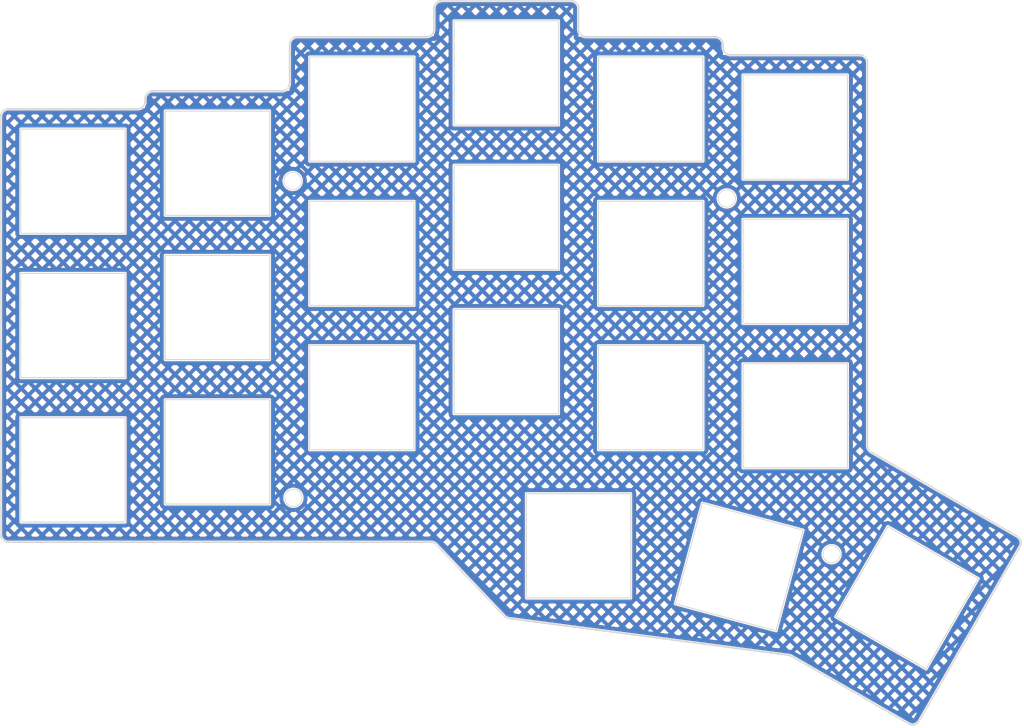
<source format=kicad_pcb>
(kicad_pcb (version 20211014) (generator pcbnew)
  (layers (0 "F.Cu" signal) (31 "B.Cu" signal) (34 "B.Paste" user) (35 "F.Paste" user) (36 "B.SilkS" user "B.Silkscreen") (37 "F.SilkS" user "F.Silkscreen") (38 "B.Mask" user) (39 "F.Mask" user) (44 "Edge.Cuts" user))
  (net 0 "")
  (footprint "kbd:SW_Hole_Plastic" (layer "F.Cu") (at 42.721463 76.099368)
    (fp_text reference "K18" hide)
    (fp_text value "KEYSW" hide)
    (fp_line (start -6.875 6.875) (end 6.875 6.875) (layer "Edge.Cuts") (width 0.12))
    (fp_line (start -6.875 -6.875) (end -6.875 6.875) (layer "Edge.Cuts") (width 0.12))
    (fp_line (start 6.875 6.875) (end 6.875 -6.875) (layer "Edge.Cuts") (width 0.12))
    (fp_line (start 6.875 -6.875) (end -6.875 -6.875) (layer "Edge.Cuts") (width 0.12))
  )
  (footprint "kbd:SW_Hole_Plastic" (layer "F.Cu") (at 118.721463 47.599367)
    (fp_text reference "K21" hide)
    (fp_text value "KEYSW" hide)
    (fp_line (start 6.875 6.875) (end 6.875 -6.875) (layer "Edge.Cuts") (width 0.12))
    (fp_line (start -6.875 6.875) (end 6.875 6.875) (layer "Edge.Cuts") (width 0.12))
    (fp_line (start -6.875 -6.875) (end -6.875 6.875) (layer "Edge.Cuts") (width 0.12))
    (fp_line (start 6.875 -6.875) (end -6.875 -6.875) (layer "Edge.Cuts") (width 0.12))
  )
  (footprint "kbd:SW_Hole_Plastic" (layer "F.Cu") (at 42.721463 57.099368)
    (fp_text reference "K14" hide)
    (fp_text value "KEYSW" hide)
    (fp_line (start -6.875 -6.875) (end -6.875 6.875) (layer "Edge.Cuts") (width 0.12))
    (fp_line (start 6.875 6.875) (end 6.875 -6.875) (layer "Edge.Cuts") (width 0.12))
    (fp_line (start -6.875 6.875) (end 6.875 6.875) (layer "Edge.Cuts") (width 0.12))
    (fp_line (start 6.875 -6.875) (end -6.875 -6.875) (layer "Edge.Cuts") (width 0.12))
  )
  (footprint "kbd:SW_Hole_Plastic" (layer "F.Cu") (at 61.721463 35.724368)
    (fp_text reference "K13" hide)
    (fp_text value "KEYSW" hide)
    (fp_line (start -6.875 6.875) (end 6.875 6.875) (layer "Edge.Cuts") (width 0.12))
    (fp_line (start -6.875 -6.875) (end -6.875 6.875) (layer "Edge.Cuts") (width 0.12))
    (fp_line (start 6.875 -6.875) (end -6.875 -6.875) (layer "Edge.Cuts") (width 0.12))
    (fp_line (start 6.875 6.875) (end 6.875 -6.875) (layer "Edge.Cuts") (width 0.12))
  )
  (footprint "kbd:SW_Hole_Plastic" (layer "F.Cu") (at 152.426296 92.925796 60)
    (fp_text reference "K22" hide)
    (fp_text value "KEYSW" hide)
    (fp_line (start -6.875 -6.875) (end -6.875 6.875) (layer "Edge.Cuts") (width 0.12))
    (fp_line (start 6.875 -6.875) (end -6.875 -6.875) (layer "Edge.Cuts") (width 0.12))
    (fp_line (start -6.875 6.875) (end 6.875 6.875) (layer "Edge.Cuts") (width 0.12))
    (fp_line (start 6.875 6.875) (end 6.875 -6.875) (layer "Edge.Cuts") (width 0.12))
  )
  (footprint "kbd:M2_Hole_Edge_Cut" (layer "F.Cu") (at 128.721463 40.374367)
    (fp_text reference "H8")
    (fp_text value "MountingHole")
    (fp_circle (center 0 0) (end 1.15 0) (layer "Edge.Cuts") (width 0.1) (fill none))
  )
  (footprint "kbd:SW_Hole_Plastic" (layer "F.Cu") (at 80.721463 66.599368)
    (fp_text reference "K9" hide)
    (fp_text value "KEYSW" hide)
    (fp_line (start -6.875 -6.875) (end -6.875 6.875) (layer "Edge.Cuts") (width 0.12))
    (fp_line (start 6.875 -6.875) (end -6.875 -6.875) (layer "Edge.Cuts") (width 0.12))
    (fp_line (start -6.875 6.875) (end 6.875 6.875) (layer "Edge.Cuts") (width 0.12))
    (fp_line (start 6.875 6.875) (end 6.875 -6.875) (layer "Edge.Cuts") (width 0.12))
  )
  (footprint "kbd:M2_Hole_Edge_Cut" (layer "F.Cu") (at 71.621463 38.074367)
    (fp_text reference "H4")
    (fp_text value "MountingHole")
    (fp_circle (center 0 0) (end 1.15 0) (layer "Edge.Cuts") (width 0.1) (fill none))
  )
  (footprint "kbd:SW_Hole_Plastic" (layer "F.Cu") (at 130.35654 88.881582 -15)
    (fp_text reference "K1" hide)
    (fp_text value "KEYSW" hide)
    (fp_line (start 6.875 6.875) (end 6.875 -6.875) (layer "Edge.Cuts") (width 0.12))
    (fp_line (start 6.875 -6.875) (end -6.875 -6.875) (layer "Edge.Cuts") (width 0.12))
    (fp_line (start -6.875 6.875) (end 6.875 6.875) (layer "Edge.Cuts") (width 0.12))
    (fp_line (start -6.875 -6.875) (end -6.875 6.875) (layer "Edge.Cuts") (width 0.12))
  )
  (footprint "kbd:SW_Hole_Plastic" (layer "F.Cu") (at 99.721463 23.849368)
    (fp_text reference "K11" hide)
    (fp_text value "KEYSW" hide)
    (fp_line (start 6.875 6.875) (end 6.875 -6.875) (layer "Edge.Cuts") (width 0.12))
    (fp_line (start -6.875 -6.875) (end -6.875 6.875) (layer "Edge.Cuts") (width 0.12))
    (fp_line (start 6.875 -6.875) (end -6.875 -6.875) (layer "Edge.Cuts") (width 0.12))
    (fp_line (start -6.875 6.875) (end 6.875 6.875) (layer "Edge.Cuts") (width 0.12))
  )
  (footprint "kbd:SW_Hole_Plastic" (layer "F.Cu") (at 42.721463 38.099368)
    (fp_text reference "K7" hide)
    (fp_text value "KEYSW" hide)
    (fp_line (start 6.875 -6.875) (end -6.875 -6.875) (layer "Edge.Cuts") (width 0.12))
    (fp_line (start -6.875 6.875) (end 6.875 6.875) (layer "Edge.Cuts") (width 0.12))
    (fp_line (start -6.875 -6.875) (end -6.875 6.875) (layer "Edge.Cuts") (width 0.12))
    (fp_line (start 6.875 6.875) (end 6.875 -6.875) (layer "Edge.Cuts") (width 0.12))
  )
  (footprint "kbd:SW_Hole_Plastic" (layer "F.Cu") (at 118.721463 66.599367)
    (fp_text reference "K12" hide)
    (fp_text value "KEYSW" hide)
    (fp_line (start 6.875 -6.875) (end -6.875 -6.875) (layer "Edge.Cuts") (width 0.12))
    (fp_line (start -6.875 6.875) (end 6.875 6.875) (layer "Edge.Cuts") (width 0.12))
    (fp_line (start -6.875 -6.875) (end -6.875 6.875) (layer "Edge.Cuts") (width 0.12))
    (fp_line (start 6.875 6.875) (end 6.875 -6.875) (layer "Edge.Cuts") (width 0.12))
  )
  (footprint "kbd:SW_Hole_Plastic" (layer "F.Cu") (at 118.721463 28.599367)
    (fp_text reference "K16" hide)
    (fp_text value "KEYSW" hide)
    (fp_line (start -6.875 6.875) (end 6.875 6.875) (layer "Edge.Cuts") (width 0.12))
    (fp_line (start -6.875 -6.875) (end -6.875 6.875) (layer "Edge.Cuts") (width 0.12))
    (fp_line (start 6.875 6.875) (end 6.875 -6.875) (layer "Edge.Cuts") (width 0.12))
    (fp_line (start 6.875 -6.875) (end -6.875 -6.875) (layer "Edge.Cuts") (width 0.12))
  )
  (footprint "kbd:SW_Hole_Plastic" (layer "F.Cu") (at 80.721463 47.599368)
    (fp_text reference "K6" hide)
    (fp_text value "KEYSW" hide)
    (fp_line (start -6.875 -6.875) (end -6.875 6.875) (layer "Edge.Cuts") (width 0.12))
    (fp_line (start -6.875 6.875) (end 6.875 6.875) (layer "Edge.Cuts") (width 0.12))
    (fp_line (start 6.875 6.875) (end 6.875 -6.875) (layer "Edge.Cuts") (width 0.12))
    (fp_line (start 6.875 -6.875) (end -6.875 -6.875) (layer "Edge.Cuts") (width 0.12))
  )
  (footprint "kbd:SW_Hole_Plastic" (layer "F.Cu") (at 109.221463 86.099097)
    (fp_text reference "K5" hide)
    (fp_text value "KEYSW" hide)
    (fp_line (start -6.875 -6.875) (end -6.875 6.875) (layer "Edge.Cuts") (width 0.12))
    (fp_line (start 6.875 6.875) (end 6.875 -6.875) (layer "Edge.Cuts") (width 0.12))
    (fp_line (start 6.875 -6.875) (end -6.875 -6.875) (layer "Edge.Cuts") (width 0.12))
    (fp_line (start -6.875 6.875) (end 6.875 6.875) (layer "Edge.Cuts") (width 0.12))
  )
  (footprint "kbd:SW_Hole_Plastic" (layer "F.Cu") (at 137.721463 49.974367)
    (fp_text reference "K3" hide)
    (fp_text value "KEYSW" hide)
    (fp_line (start -6.875 6.875) (end 6.875 6.875) (layer "Edge.Cuts") (width 0.12))
    (fp_line (start 6.875 6.875) (end 6.875 -6.875) (layer "Edge.Cuts") (width 0.12))
    (fp_line (start 6.875 -6.875) (end -6.875 -6.875) (layer "Edge.Cuts") (width 0.12))
    (fp_line (start -6.875 -6.875) (end -6.875 6.875) (layer "Edge.Cuts") (width 0.12))
  )
  (footprint "kbd:SW_Hole_Plastic" (layer "F.Cu") (at 99.721463 42.849368)
    (fp_text reference "K19" hide)
    (fp_text value "KEYSW" hide)
    (fp_line (start 6.875 6.875) (end 6.875 -6.875) (layer "Edge.Cuts") (width 0.12))
    (fp_line (start -6.875 6.875) (end 6.875 6.875) (layer "Edge.Cuts") (width 0.12))
    (fp_line (start 6.875 -6.875) (end -6.875 -6.875) (layer "Edge.Cuts") (width 0.12))
    (fp_line (start -6.875 -6.875) (end -6.875 6.875) (layer "Edge.Cuts") (width 0.12))
  )
  (footprint "kbd:SW_Hole_Plastic" (layer "F.Cu") (at 61.721463 73.724368)
    (fp_text reference "K8" hide)
    (fp_text value "KEYSW" hide)
    (fp_line (start -6.875 -6.875) (end -6.875 6.875) (layer "Edge.Cuts") (width 0.12))
    (fp_line (start -6.875 6.875) (end 6.875 6.875) (layer "Edge.Cuts") (width 0.12))
    (fp_line (start 6.875 -6.875) (end -6.875 -6.875) (layer "Edge.Cuts") (width 0.12))
    (fp_line (start 6.875 6.875) (end 6.875 -6.875) (layer "Edge.Cuts") (width 0.12))
  )
  (footprint "kbd:M2_Hole_Edge_Cut" (layer "F.Cu") (at 71.721463 79.774367)
    (fp_text reference "H5")
    (fp_text value "MountingHole")
    (fp_circle (center 0 0) (end 1.15 0) (layer "Edge.Cuts") (width 0.1) (fill none))
  )
  (footprint "kbd:SW_Hole_Plastic" (layer "F.Cu") (at 137.721463 30.974367)
    (fp_text reference "K4" hide)
    (fp_text value "KEYSW" hide)
    (fp_line (start -6.875 -6.875) (end -6.875 6.875) (layer "Edge.Cuts") (width 0.12))
    (fp_line (start -6.875 6.875) (end 6.875 6.875) (layer "Edge.Cuts") (width 0.12))
    (fp_line (start 6.875 -6.875) (end -6.875 -6.875) (layer "Edge.Cuts") (width 0.12))
    (fp_line (start 6.875 6.875) (end 6.875 -6.875) (layer "Edge.Cuts") (width 0.12))
  )
  (footprint "kbd:SW_Hole_Plastic" (layer "F.Cu") (at 137.721463 68.974367)
    (fp_text reference "K2" hide)
    (fp_text value "KEYSW" hide)
    (fp_line (start 6.875 -6.875) (end -6.875 -6.875) (layer "Edge.Cuts") (width 0.12))
    (fp_line (start -6.875 -6.875) (end -6.875 6.875) (layer "Edge.Cuts") (width 0.12))
    (fp_line (start 6.875 6.875) (end 6.875 -6.875) (layer "Edge.Cuts") (width 0.12))
    (fp_line (start -6.875 6.875) (end 6.875 6.875) (layer "Edge.Cuts") (width 0.12))
  )
  (footprint "kbd:SW_Hole_Plastic" (layer "F.Cu") (at 99.721463 61.849368)
    (fp_text reference "K15" hide)
    (fp_text value "KEYSW" hide)
    (fp_line (start -6.875 -6.875) (end -6.875 6.875) (layer "Edge.Cuts") (width 0.12))
    (fp_line (start 6.875 6.875) (end 6.875 -6.875) (layer "Edge.Cuts") (width 0.12))
    (fp_line (start -6.875 6.875) (end 6.875 6.875) (layer "Edge.Cuts") (width 0.12))
    (fp_line (start 6.875 -6.875) (end -6.875 -6.875) (layer "Edge.Cuts") (width 0.12))
  )
  (footprint "kbd:M2_Hole_Edge_Cut" (layer "F.Cu") (at 142.507505 87.19918)
    (fp_text reference "H9")
    (fp_text value "MountingHole")
    (fp_circle (center 0 0) (end 1.15 0) (layer "Edge.Cuts") (width 0.1) (fill none))
  )
  (footprint "kbd:SW_Hole_Plastic" (layer "F.Cu") (at 61.721463 54.724368)
    (fp_text reference "K17" hide)
    (fp_text value "KEYSW" hide)
    (fp_line (start -6.875 -6.875) (end -6.875 6.875) (layer "Edge.Cuts") (width 0.12))
    (fp_line (start -6.875 6.875) (end 6.875 6.875) (layer "Edge.Cuts") (width 0.12))
    (fp_line (start 6.875 -6.875) (end -6.875 -6.875) (layer "Edge.Cuts") (width 0.12))
    (fp_line (start 6.875 6.875) (end 6.875 -6.875) (layer "Edge.Cuts") (width 0.12))
  )
  (footprint "kbd:SW_Hole_Plastic" (layer "F.Cu") (at 80.721463 28.599368)
    (fp_text reference "K20" hide)
    (fp_text value "KEYSW" hide)
    (fp_line (start 6.875 6.875) (end 6.875 -6.875) (layer "Edge.Cuts") (width 0.12))
    (fp_line (start 6.875 -6.875) (end -6.875 -6.875) (layer "Edge.Cuts") (width 0.12))
    (fp_line (start -6.875 6.875) (end 6.875 6.875) (layer "Edge.Cuts") (width 0.12))
    (fp_line (start -6.875 -6.875) (end -6.875 6.875) (layer "Edge.Cuts") (width 0.12))
  )
  (gr_arc (start 89.796623 85.599366) (mid 90.187011 85.679618) (end 90.514076 85.907372) (layer "Edge.Cuts") (width 0.2))
  (gr_arc (start 166.912511 84.834934) (mid 167.378437 85.442141) (end 167.278537 86.20096) (layer "Edge.Cuts") (width 0.2))
  (gr_arc (start 90.221463 18.099368) (mid 89.92857 18.806475) (end 89.221463 19.099368) (layer "Edge.Cuts") (width 0.2))
  (gr_line (start 33.221463 84.609762) (end 33.221464 41.849368) (layer "Edge.Cuts") (width 0.2))
  (gr_line (start 99.480311 95.345258) (end 90.514076 85.907372) (layer "Edge.Cuts") (width 0.2))
  (gr_line (start 147.721463 73.754978) (end 166.912511 84.834934) (layer "Edge.Cuts") (width 0.2))
  (gr_line (start 147.221463 22.474368) (end 147.221463 72.888952) (layer "Edge.Cuts") (width 0.2))
  (gr_arc (start 52.221466 27.599371) (mid 51.928571 28.306477) (end 51.221463 28.599368) (layer "Edge.Cuts") (width 0.2))
  (gr_arc (start 71.221463 25.224368) (mid 70.92857 25.931475) (end 70.221463 26.224368) (layer "Edge.Cuts") (width 0.2))
  (gr_line (start 52.221463 27.599368) (end 52.221463 27.224367) (layer "Edge.Cuts") (width 0.2))
  (gr_line (start 71.221463 25.224368) (end 71.221463 20.099368) (layer "Edge.Cuts") (width 0.2))
  (gr_arc (start 146.221463 21.474368) (mid 146.92857 21.767261) (end 147.221463 22.474368) (layer "Edge.Cuts") (width 0.2))
  (gr_arc (start 108.221463 14.349368) (mid 108.92857 14.642261) (end 109.221463 15.349368) (layer "Edge.Cuts") (width 0.2))
  (gr_line (start 110.221463 19.099367) (end 127.221463 19.099367) (layer "Edge.Cuts") (width 0.2))
  (gr_line (start 89.796623 85.599366) (end 51.221463 85.599366) (layer "Edge.Cuts") (width 0.2))
  (gr_line (start 152.662511 109.516658) (end 137.244527 100.615081) (layer "Edge.Cuts") (width 0.2))
  (gr_arc (start 110.221462 19.099368) (mid 109.514356 18.806474) (end 109.221463 18.099367) (layer "Edge.Cuts") (width 0.2))
  (gr_arc (start 34.211068 85.599367) (mid 33.511312 85.309518) (end 33.221463 84.609762) (layer "Edge.Cuts") (width 0.2))
  (gr_line (start 51.221463 85.599366) (end 34.211068 85.599366) (layer "Edge.Cuts") (width 0.2))
  (gr_arc (start 52.221463 27.224368) (mid 52.514356 26.517261) (end 53.221463 26.224368) (layer "Edge.Cuts") (width 0.2))
  (gr_line (start 53.221463 26.224368) (end 70.221463 26.224368) (layer "Edge.Cuts") (width 0.2))
  (gr_arc (start 129.221463 21.474367) (mid 128.514356 21.181474) (end 128.221463 20.474367) (layer "Edge.Cuts") (width 0.2))
  (gr_arc (start 90.221463 15.349368) (mid 90.514356 14.642261) (end 91.221463 14.349368) (layer "Edge.Cuts") (width 0.2))
  (gr_arc (start 127.221463 19.099367) (mid 127.92857 19.39226) (end 128.221463 20.099367) (layer "Edge.Cuts") (width 0.2))
  (gr_arc (start 100.068595 95.644797) (mid 99.748739 95.545528) (end 99.480311 95.345258) (layer "Edge.Cuts") (width 0.2))
  (gr_line (start 136.878894 100.490965) (end 100.068595 95.644797) (layer "Edge.Cuts") (width 0.2))
  (gr_line (start 109.221463 15.349368) (end 109.221463 18.099367) (layer "Edge.Cuts") (width 0.2))
  (gr_line (start 128.221463 20.099367) (end 128.221463 20.474367) (layer "Edge.Cuts") (width 0.2))
  (gr_arc (start 33.221464 29.599368) (mid 33.514357 28.892261) (end 34.221464 28.599368) (layer "Edge.Cuts") (width 0.2))
  (gr_line (start 33.221464 41.849368) (end 33.221464 29.599368) (layer "Edge.Cuts") (width 0.2))
  (gr_line (start 129.221463 21.474367) (end 146.221463 21.474368) (layer "Edge.Cuts") (width 0.2))
  (gr_line (start 167.278537 86.20096) (end 154.028537 109.150633) (layer "Edge.Cuts") (width 0.2))
  (gr_arc (start 136.878894 100.490965) (mid 137.067823 100.535017) (end 137.244527 100.615081) (layer "Edge.Cuts") (width 0.2))
  (gr_arc (start 147.721463 73.754977) (mid 147.355438 73.388952) (end 147.221463 72.888952) (layer "Edge.Cuts") (width 0.2))
  (gr_arc (start 71.221462 20.099368) (mid 71.514356 19.392261) (end 72.221463 19.099367) (layer "Edge.Cuts") (width 0.2))
  (gr_line (start 90.221463 18.099368) (end 90.221463 15.349368) (layer "Edge.Cuts") (width 0.2))
  (gr_line (start 91.221463 14.349368) (end 108.221463 14.349368) (layer "Edge.Cuts") (width 0.2))
  (gr_line (start 72.221463 19.099367) (end 89.221463 19.099368) (layer "Edge.Cuts") (width 0.2))
  (gr_arc (start 154.028536 109.150633) (mid 153.42133 109.616559) (end 152.662511 109.516658) (layer "Edge.Cuts") (width 0.2))
  (gr_line (start 34.221464 28.599368) (end 51.221463 28.599368) (layer "Edge.Cuts") (width 0.2))
  (zone (net 0) (net_name "") (layers F&B.Cu) (priority 1) (connect_pads (clearance 0.2)) (min_thickness 0.25) (fill yes (mode hatch) (thermal_gap 0.5) (thermal_bridge_width 0.5) (hatch_thickness 0.5) (hatch_gap 0.8) (hatch_orientation 45) (hatch_border_algorithm hatch_thickness) (hatch_min_hole_area 0.3))
    (polygon (pts (xy 109.221463 19.104952) (xy 128.221463 19.104952) (xy 128.221463 21.504952) (xy 147.221463 21.504952) (xy 147.221463 23.804952) (xy 147.721464 73.349367) (xy 167.821463 85.204952) (xy 153.421463 109.904952) (xy 137.021463 100.504952) (xy 99.721463 95.504952) (xy 90.121463 85.504952) (xy 33.221463 85.604952) (xy 33.221463 28.504952) (xy 52.221463 28.504952) (xy 52.221463 26.204952) (xy 71.221463 26.204952) (xy 71.221463 19.004952) (xy 90.221463 19.004952) (xy 90.221463 14.304952) (xy 109.221463 14.304952)))
  )
)
</source>
